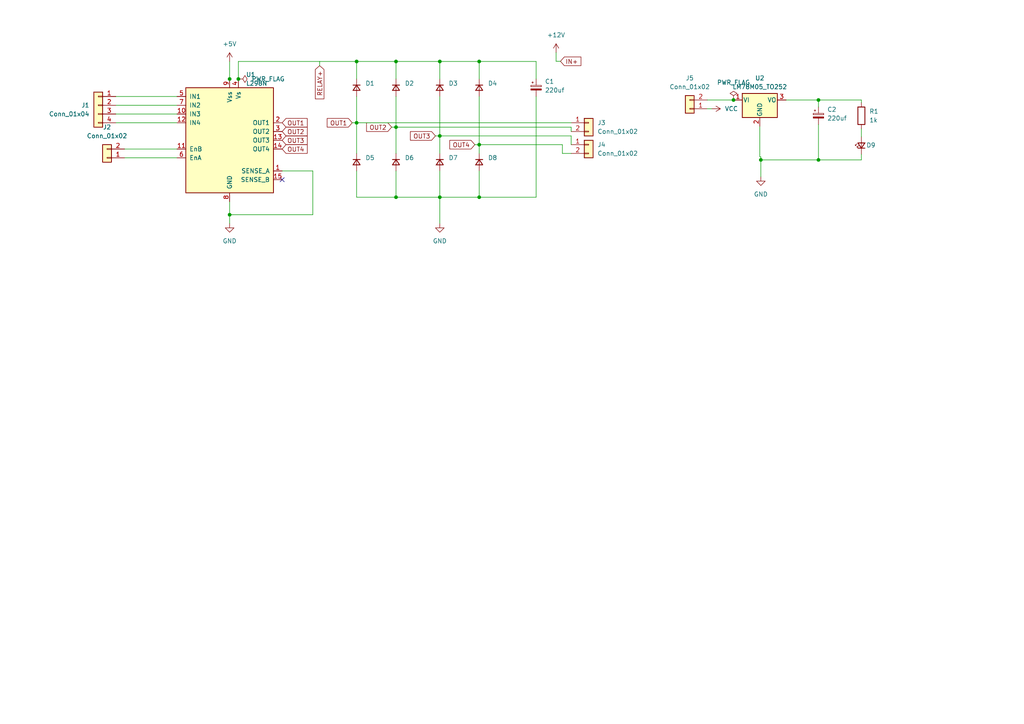
<source format=kicad_sch>
(kicad_sch (version 20230121) (generator eeschema)

  (uuid 57d10bc5-374d-4efc-978f-067f1f7972d9)

  (paper "A4")

  (lib_symbols
    (symbol "Connector_Generic:Conn_01x02" (pin_names (offset 1.016) hide) (in_bom yes) (on_board yes)
      (property "Reference" "J" (at 0 2.54 0)
        (effects (font (size 1.27 1.27)))
      )
      (property "Value" "Conn_01x02" (at 0 -5.08 0)
        (effects (font (size 1.27 1.27)))
      )
      (property "Footprint" "" (at 0 0 0)
        (effects (font (size 1.27 1.27)) hide)
      )
      (property "Datasheet" "~" (at 0 0 0)
        (effects (font (size 1.27 1.27)) hide)
      )
      (property "ki_keywords" "connector" (at 0 0 0)
        (effects (font (size 1.27 1.27)) hide)
      )
      (property "ki_description" "Generic connector, single row, 01x02, script generated (kicad-library-utils/schlib/autogen/connector/)" (at 0 0 0)
        (effects (font (size 1.27 1.27)) hide)
      )
      (property "ki_fp_filters" "Connector*:*_1x??_*" (at 0 0 0)
        (effects (font (size 1.27 1.27)) hide)
      )
      (symbol "Conn_01x02_1_1"
        (rectangle (start -1.27 -2.413) (end 0 -2.667)
          (stroke (width 0.1524) (type default))
          (fill (type none))
        )
        (rectangle (start -1.27 0.127) (end 0 -0.127)
          (stroke (width 0.1524) (type default))
          (fill (type none))
        )
        (rectangle (start -1.27 1.27) (end 1.27 -3.81)
          (stroke (width 0.254) (type default))
          (fill (type background))
        )
        (pin passive line (at -5.08 0 0) (length 3.81)
          (name "Pin_1" (effects (font (size 1.27 1.27))))
          (number "1" (effects (font (size 1.27 1.27))))
        )
        (pin passive line (at -5.08 -2.54 0) (length 3.81)
          (name "Pin_2" (effects (font (size 1.27 1.27))))
          (number "2" (effects (font (size 1.27 1.27))))
        )
      )
    )
    (symbol "Connector_Generic:Conn_01x04" (pin_names (offset 1.016) hide) (in_bom yes) (on_board yes)
      (property "Reference" "J" (at 0 5.08 0)
        (effects (font (size 1.27 1.27)))
      )
      (property "Value" "Conn_01x04" (at 0 -7.62 0)
        (effects (font (size 1.27 1.27)))
      )
      (property "Footprint" "" (at 0 0 0)
        (effects (font (size 1.27 1.27)) hide)
      )
      (property "Datasheet" "~" (at 0 0 0)
        (effects (font (size 1.27 1.27)) hide)
      )
      (property "ki_keywords" "connector" (at 0 0 0)
        (effects (font (size 1.27 1.27)) hide)
      )
      (property "ki_description" "Generic connector, single row, 01x04, script generated (kicad-library-utils/schlib/autogen/connector/)" (at 0 0 0)
        (effects (font (size 1.27 1.27)) hide)
      )
      (property "ki_fp_filters" "Connector*:*_1x??_*" (at 0 0 0)
        (effects (font (size 1.27 1.27)) hide)
      )
      (symbol "Conn_01x04_1_1"
        (rectangle (start -1.27 -4.953) (end 0 -5.207)
          (stroke (width 0.1524) (type default))
          (fill (type none))
        )
        (rectangle (start -1.27 -2.413) (end 0 -2.667)
          (stroke (width 0.1524) (type default))
          (fill (type none))
        )
        (rectangle (start -1.27 0.127) (end 0 -0.127)
          (stroke (width 0.1524) (type default))
          (fill (type none))
        )
        (rectangle (start -1.27 2.667) (end 0 2.413)
          (stroke (width 0.1524) (type default))
          (fill (type none))
        )
        (rectangle (start -1.27 3.81) (end 1.27 -6.35)
          (stroke (width 0.254) (type default))
          (fill (type background))
        )
        (pin passive line (at -5.08 2.54 0) (length 3.81)
          (name "Pin_1" (effects (font (size 1.27 1.27))))
          (number "1" (effects (font (size 1.27 1.27))))
        )
        (pin passive line (at -5.08 0 0) (length 3.81)
          (name "Pin_2" (effects (font (size 1.27 1.27))))
          (number "2" (effects (font (size 1.27 1.27))))
        )
        (pin passive line (at -5.08 -2.54 0) (length 3.81)
          (name "Pin_3" (effects (font (size 1.27 1.27))))
          (number "3" (effects (font (size 1.27 1.27))))
        )
        (pin passive line (at -5.08 -5.08 0) (length 3.81)
          (name "Pin_4" (effects (font (size 1.27 1.27))))
          (number "4" (effects (font (size 1.27 1.27))))
        )
      )
    )
    (symbol "Device:C_Polarized_Small" (pin_numbers hide) (pin_names (offset 0.254) hide) (in_bom yes) (on_board yes)
      (property "Reference" "C" (at 0.254 1.778 0)
        (effects (font (size 1.27 1.27)) (justify left))
      )
      (property "Value" "C_Polarized_Small" (at 0.254 -2.032 0)
        (effects (font (size 1.27 1.27)) (justify left))
      )
      (property "Footprint" "" (at 0 0 0)
        (effects (font (size 1.27 1.27)) hide)
      )
      (property "Datasheet" "~" (at 0 0 0)
        (effects (font (size 1.27 1.27)) hide)
      )
      (property "ki_keywords" "cap capacitor" (at 0 0 0)
        (effects (font (size 1.27 1.27)) hide)
      )
      (property "ki_description" "Polarized capacitor, small symbol" (at 0 0 0)
        (effects (font (size 1.27 1.27)) hide)
      )
      (property "ki_fp_filters" "CP_*" (at 0 0 0)
        (effects (font (size 1.27 1.27)) hide)
      )
      (symbol "C_Polarized_Small_0_1"
        (rectangle (start -1.524 -0.3048) (end 1.524 -0.6858)
          (stroke (width 0) (type default))
          (fill (type outline))
        )
        (rectangle (start -1.524 0.6858) (end 1.524 0.3048)
          (stroke (width 0) (type default))
          (fill (type none))
        )
        (polyline
          (pts
            (xy -1.27 1.524)
            (xy -0.762 1.524)
          )
          (stroke (width 0) (type default))
          (fill (type none))
        )
        (polyline
          (pts
            (xy -1.016 1.27)
            (xy -1.016 1.778)
          )
          (stroke (width 0) (type default))
          (fill (type none))
        )
      )
      (symbol "C_Polarized_Small_1_1"
        (pin passive line (at 0 2.54 270) (length 1.8542)
          (name "~" (effects (font (size 1.27 1.27))))
          (number "1" (effects (font (size 1.27 1.27))))
        )
        (pin passive line (at 0 -2.54 90) (length 1.8542)
          (name "~" (effects (font (size 1.27 1.27))))
          (number "2" (effects (font (size 1.27 1.27))))
        )
      )
    )
    (symbol "Device:D_Small" (pin_numbers hide) (pin_names (offset 0.254) hide) (in_bom yes) (on_board yes)
      (property "Reference" "D" (at -1.27 2.032 0)
        (effects (font (size 1.27 1.27)) (justify left))
      )
      (property "Value" "D_Small" (at -3.81 -2.032 0)
        (effects (font (size 1.27 1.27)) (justify left))
      )
      (property "Footprint" "" (at 0 0 90)
        (effects (font (size 1.27 1.27)) hide)
      )
      (property "Datasheet" "~" (at 0 0 90)
        (effects (font (size 1.27 1.27)) hide)
      )
      (property "Sim.Device" "D" (at 0 0 0)
        (effects (font (size 1.27 1.27)) hide)
      )
      (property "Sim.Pins" "1=K 2=A" (at 0 0 0)
        (effects (font (size 1.27 1.27)) hide)
      )
      (property "ki_keywords" "diode" (at 0 0 0)
        (effects (font (size 1.27 1.27)) hide)
      )
      (property "ki_description" "Diode, small symbol" (at 0 0 0)
        (effects (font (size 1.27 1.27)) hide)
      )
      (property "ki_fp_filters" "TO-???* *_Diode_* *SingleDiode* D_*" (at 0 0 0)
        (effects (font (size 1.27 1.27)) hide)
      )
      (symbol "D_Small_0_1"
        (polyline
          (pts
            (xy -0.762 -1.016)
            (xy -0.762 1.016)
          )
          (stroke (width 0.254) (type default))
          (fill (type none))
        )
        (polyline
          (pts
            (xy -0.762 0)
            (xy 0.762 0)
          )
          (stroke (width 0) (type default))
          (fill (type none))
        )
        (polyline
          (pts
            (xy 0.762 -1.016)
            (xy -0.762 0)
            (xy 0.762 1.016)
            (xy 0.762 -1.016)
          )
          (stroke (width 0.254) (type default))
          (fill (type none))
        )
      )
      (symbol "D_Small_1_1"
        (pin passive line (at -2.54 0 0) (length 1.778)
          (name "K" (effects (font (size 1.27 1.27))))
          (number "1" (effects (font (size 1.27 1.27))))
        )
        (pin passive line (at 2.54 0 180) (length 1.778)
          (name "A" (effects (font (size 1.27 1.27))))
          (number "2" (effects (font (size 1.27 1.27))))
        )
      )
    )
    (symbol "Device:LED_Small" (pin_numbers hide) (pin_names (offset 0.254) hide) (in_bom yes) (on_board yes)
      (property "Reference" "D" (at -1.27 3.175 0)
        (effects (font (size 1.27 1.27)) (justify left))
      )
      (property "Value" "LED_Small" (at -4.445 -2.54 0)
        (effects (font (size 1.27 1.27)) (justify left))
      )
      (property "Footprint" "" (at 0 0 90)
        (effects (font (size 1.27 1.27)) hide)
      )
      (property "Datasheet" "~" (at 0 0 90)
        (effects (font (size 1.27 1.27)) hide)
      )
      (property "ki_keywords" "LED diode light-emitting-diode" (at 0 0 0)
        (effects (font (size 1.27 1.27)) hide)
      )
      (property "ki_description" "Light emitting diode, small symbol" (at 0 0 0)
        (effects (font (size 1.27 1.27)) hide)
      )
      (property "ki_fp_filters" "LED* LED_SMD:* LED_THT:*" (at 0 0 0)
        (effects (font (size 1.27 1.27)) hide)
      )
      (symbol "LED_Small_0_1"
        (polyline
          (pts
            (xy -0.762 -1.016)
            (xy -0.762 1.016)
          )
          (stroke (width 0.254) (type default))
          (fill (type none))
        )
        (polyline
          (pts
            (xy 1.016 0)
            (xy -0.762 0)
          )
          (stroke (width 0) (type default))
          (fill (type none))
        )
        (polyline
          (pts
            (xy 0.762 -1.016)
            (xy -0.762 0)
            (xy 0.762 1.016)
            (xy 0.762 -1.016)
          )
          (stroke (width 0.254) (type default))
          (fill (type none))
        )
        (polyline
          (pts
            (xy 0 0.762)
            (xy -0.508 1.27)
            (xy -0.254 1.27)
            (xy -0.508 1.27)
            (xy -0.508 1.016)
          )
          (stroke (width 0) (type default))
          (fill (type none))
        )
        (polyline
          (pts
            (xy 0.508 1.27)
            (xy 0 1.778)
            (xy 0.254 1.778)
            (xy 0 1.778)
            (xy 0 1.524)
          )
          (stroke (width 0) (type default))
          (fill (type none))
        )
      )
      (symbol "LED_Small_1_1"
        (pin passive line (at -2.54 0 0) (length 1.778)
          (name "K" (effects (font (size 1.27 1.27))))
          (number "1" (effects (font (size 1.27 1.27))))
        )
        (pin passive line (at 2.54 0 180) (length 1.778)
          (name "A" (effects (font (size 1.27 1.27))))
          (number "2" (effects (font (size 1.27 1.27))))
        )
      )
    )
    (symbol "Device:R" (pin_numbers hide) (pin_names (offset 0)) (in_bom yes) (on_board yes)
      (property "Reference" "R" (at 2.032 0 90)
        (effects (font (size 1.27 1.27)))
      )
      (property "Value" "R" (at 0 0 90)
        (effects (font (size 1.27 1.27)))
      )
      (property "Footprint" "" (at -1.778 0 90)
        (effects (font (size 1.27 1.27)) hide)
      )
      (property "Datasheet" "~" (at 0 0 0)
        (effects (font (size 1.27 1.27)) hide)
      )
      (property "ki_keywords" "R res resistor" (at 0 0 0)
        (effects (font (size 1.27 1.27)) hide)
      )
      (property "ki_description" "Resistor" (at 0 0 0)
        (effects (font (size 1.27 1.27)) hide)
      )
      (property "ki_fp_filters" "R_*" (at 0 0 0)
        (effects (font (size 1.27 1.27)) hide)
      )
      (symbol "R_0_1"
        (rectangle (start -1.016 -2.54) (end 1.016 2.54)
          (stroke (width 0.254) (type default))
          (fill (type none))
        )
      )
      (symbol "R_1_1"
        (pin passive line (at 0 3.81 270) (length 1.27)
          (name "~" (effects (font (size 1.27 1.27))))
          (number "1" (effects (font (size 1.27 1.27))))
        )
        (pin passive line (at 0 -3.81 90) (length 1.27)
          (name "~" (effects (font (size 1.27 1.27))))
          (number "2" (effects (font (size 1.27 1.27))))
        )
      )
    )
    (symbol "Driver_Motor:L298N" (pin_names (offset 1.016)) (in_bom yes) (on_board yes)
      (property "Reference" "U1" (at 4.7341 19.05 0)
        (effects (font (size 1.27 1.27)) (justify left))
      )
      (property "Value" "L298N" (at 4.7341 16.51 0)
        (effects (font (size 1.27 1.27)) (justify left))
      )
      (property "Footprint" "Package_TO_SOT_THT:TO-220-15_P2.54x2.54mm_StaggerOdd_Lead4.58mm_Vertical" (at 1.27 -16.51 0)
        (effects (font (size 1.27 1.27)) (justify left) hide)
      )
      (property "Datasheet" "http://www.st.com/st-web-ui/static/active/en/resource/technical/document/datasheet/CD00000240.pdf" (at 3.81 6.35 0)
        (effects (font (size 1.27 1.27)) hide)
      )
      (property "ki_keywords" "H-bridge motor driver" (at 0 0 0)
        (effects (font (size 1.27 1.27)) hide)
      )
      (property "ki_description" "Dual full bridge motor driver, up to 46V, 4A, Multiwatt15-V" (at 0 0 0)
        (effects (font (size 1.27 1.27)) hide)
      )
      (property "ki_fp_filters" "TO?220*StaggerOdd*Vertical*" (at 0 0 0)
        (effects (font (size 1.27 1.27)) hide)
      )
      (symbol "L298N_0_1"
        (rectangle (start -12.7 15.24) (end 12.7 -15.24)
          (stroke (width 0.254) (type default))
          (fill (type background))
        )
      )
      (symbol "L298N_1_1"
        (pin power_in line (at 15.24 -8.89 180) (length 2.54)
          (name "SENSE_A" (effects (font (size 1.27 1.27))))
          (number "1" (effects (font (size 1.27 1.27))))
        )
        (pin input line (at -15.24 7.62 0) (length 2.54)
          (name "IN3" (effects (font (size 1.27 1.27))))
          (number "10" (effects (font (size 1.27 1.27))))
        )
        (pin input line (at -15.24 -2.54 0) (length 2.54)
          (name "EnB" (effects (font (size 1.27 1.27))))
          (number "11" (effects (font (size 1.27 1.27))))
        )
        (pin input line (at -15.24 5.08 0) (length 2.54)
          (name "IN4" (effects (font (size 1.27 1.27))))
          (number "12" (effects (font (size 1.27 1.27))))
        )
        (pin output line (at 15.24 0 180) (length 2.54)
          (name "OUT3" (effects (font (size 1.27 1.27))))
          (number "13" (effects (font (size 1.27 1.27))))
        )
        (pin output line (at 15.24 -2.54 180) (length 2.54)
          (name "OUT4" (effects (font (size 1.27 1.27))))
          (number "14" (effects (font (size 1.27 1.27))))
        )
        (pin power_in line (at 15.24 -11.43 180) (length 2.54)
          (name "SENSE_B" (effects (font (size 1.27 1.27))))
          (number "15" (effects (font (size 1.27 1.27))))
        )
        (pin output line (at 15.24 5.08 180) (length 2.54)
          (name "OUT1" (effects (font (size 1.27 1.27))))
          (number "2" (effects (font (size 1.27 1.27))))
        )
        (pin output line (at 15.24 2.54 180) (length 2.54)
          (name "OUT2" (effects (font (size 1.27 1.27))))
          (number "3" (effects (font (size 1.27 1.27))))
        )
        (pin power_in line (at 2.54 17.78 270) (length 2.54)
          (name "Vs" (effects (font (size 1.27 1.27))))
          (number "4" (effects (font (size 1.27 1.27))))
        )
        (pin input line (at -15.24 12.7 0) (length 2.54)
          (name "IN1" (effects (font (size 1.27 1.27))))
          (number "5" (effects (font (size 1.27 1.27))))
        )
        (pin input line (at -15.24 -5.08 0) (length 2.54)
          (name "EnA" (effects (font (size 1.27 1.27))))
          (number "6" (effects (font (size 1.27 1.27))))
        )
        (pin input line (at -15.24 10.16 0) (length 2.54)
          (name "IN2" (effects (font (size 1.27 1.27))))
          (number "7" (effects (font (size 1.27 1.27))))
        )
        (pin power_in line (at 0 -17.78 90) (length 2.54)
          (name "GND" (effects (font (size 1.27 1.27))))
          (number "8" (effects (font (size 1.27 1.27))))
        )
        (pin power_in line (at 0 17.78 270) (length 2.54)
          (name "Vss" (effects (font (size 1.27 1.27))))
          (number "9" (effects (font (size 1.27 1.27))))
        )
      )
    )
    (symbol "Regulator_Linear:LM78M05_TO252" (pin_names (offset 0.254)) (in_bom yes) (on_board yes)
      (property "Reference" "U" (at -3.81 3.175 0)
        (effects (font (size 1.27 1.27)))
      )
      (property "Value" "LM78M05_TO252" (at 0 3.175 0)
        (effects (font (size 1.27 1.27)) (justify left))
      )
      (property "Footprint" "Package_TO_SOT_SMD:TO-252-2" (at 0 5.715 0)
        (effects (font (size 1.27 1.27) italic) hide)
      )
      (property "Datasheet" "https://www.onsemi.com/pub/Collateral/MC78M00-D.PDF" (at 0 -1.27 0)
        (effects (font (size 1.27 1.27)) hide)
      )
      (property "ki_keywords" "Voltage Regulator 500mA Positive" (at 0 0 0)
        (effects (font (size 1.27 1.27)) hide)
      )
      (property "ki_description" "Positive 500mA 35V Linear Regulator, Fixed Output 5V, TO-252 (D-PAK)" (at 0 0 0)
        (effects (font (size 1.27 1.27)) hide)
      )
      (property "ki_fp_filters" "TO?252*" (at 0 0 0)
        (effects (font (size 1.27 1.27)) hide)
      )
      (symbol "LM78M05_TO252_0_1"
        (rectangle (start -5.08 1.905) (end 5.08 -5.08)
          (stroke (width 0.254) (type default))
          (fill (type background))
        )
      )
      (symbol "LM78M05_TO252_1_1"
        (pin power_in line (at -7.62 0 0) (length 2.54)
          (name "VI" (effects (font (size 1.27 1.27))))
          (number "1" (effects (font (size 1.27 1.27))))
        )
        (pin power_in line (at 0 -7.62 90) (length 2.54)
          (name "GND" (effects (font (size 1.27 1.27))))
          (number "2" (effects (font (size 1.27 1.27))))
        )
        (pin power_out line (at 7.62 0 180) (length 2.54)
          (name "VO" (effects (font (size 1.27 1.27))))
          (number "3" (effects (font (size 1.27 1.27))))
        )
      )
    )
    (symbol "power:+12V" (power) (pin_names (offset 0)) (in_bom yes) (on_board yes)
      (property "Reference" "#PWR" (at 0 -3.81 0)
        (effects (font (size 1.27 1.27)) hide)
      )
      (property "Value" "+12V" (at 0 3.556 0)
        (effects (font (size 1.27 1.27)))
      )
      (property "Footprint" "" (at 0 0 0)
        (effects (font (size 1.27 1.27)) hide)
      )
      (property "Datasheet" "" (at 0 0 0)
        (effects (font (size 1.27 1.27)) hide)
      )
      (property "ki_keywords" "global power" (at 0 0 0)
        (effects (font (size 1.27 1.27)) hide)
      )
      (property "ki_description" "Power symbol creates a global label with name \"+12V\"" (at 0 0 0)
        (effects (font (size 1.27 1.27)) hide)
      )
      (symbol "+12V_0_1"
        (polyline
          (pts
            (xy -0.762 1.27)
            (xy 0 2.54)
          )
          (stroke (width 0) (type default))
          (fill (type none))
        )
        (polyline
          (pts
            (xy 0 0)
            (xy 0 2.54)
          )
          (stroke (width 0) (type default))
          (fill (type none))
        )
        (polyline
          (pts
            (xy 0 2.54)
            (xy 0.762 1.27)
          )
          (stroke (width 0) (type default))
          (fill (type none))
        )
      )
      (symbol "+12V_1_1"
        (pin power_in line (at 0 0 90) (length 0) hide
          (name "+12V" (effects (font (size 1.27 1.27))))
          (number "1" (effects (font (size 1.27 1.27))))
        )
      )
    )
    (symbol "power:+5V" (power) (pin_names (offset 0)) (in_bom yes) (on_board yes)
      (property "Reference" "#PWR" (at 0 -3.81 0)
        (effects (font (size 1.27 1.27)) hide)
      )
      (property "Value" "+5V" (at 0 3.556 0)
        (effects (font (size 1.27 1.27)))
      )
      (property "Footprint" "" (at 0 0 0)
        (effects (font (size 1.27 1.27)) hide)
      )
      (property "Datasheet" "" (at 0 0 0)
        (effects (font (size 1.27 1.27)) hide)
      )
      (property "ki_keywords" "global power" (at 0 0 0)
        (effects (font (size 1.27 1.27)) hide)
      )
      (property "ki_description" "Power symbol creates a global label with name \"+5V\"" (at 0 0 0)
        (effects (font (size 1.27 1.27)) hide)
      )
      (symbol "+5V_0_1"
        (polyline
          (pts
            (xy -0.762 1.27)
            (xy 0 2.54)
          )
          (stroke (width 0) (type default))
          (fill (type none))
        )
        (polyline
          (pts
            (xy 0 0)
            (xy 0 2.54)
          )
          (stroke (width 0) (type default))
          (fill (type none))
        )
        (polyline
          (pts
            (xy 0 2.54)
            (xy 0.762 1.27)
          )
          (stroke (width 0) (type default))
          (fill (type none))
        )
      )
      (symbol "+5V_1_1"
        (pin power_in line (at 0 0 90) (length 0) hide
          (name "+5V" (effects (font (size 1.27 1.27))))
          (number "1" (effects (font (size 1.27 1.27))))
        )
      )
    )
    (symbol "power:GND" (power) (pin_names (offset 0)) (in_bom yes) (on_board yes)
      (property "Reference" "#PWR" (at 0 -6.35 0)
        (effects (font (size 1.27 1.27)) hide)
      )
      (property "Value" "GND" (at 0 -3.81 0)
        (effects (font (size 1.27 1.27)))
      )
      (property "Footprint" "" (at 0 0 0)
        (effects (font (size 1.27 1.27)) hide)
      )
      (property "Datasheet" "" (at 0 0 0)
        (effects (font (size 1.27 1.27)) hide)
      )
      (property "ki_keywords" "global power" (at 0 0 0)
        (effects (font (size 1.27 1.27)) hide)
      )
      (property "ki_description" "Power symbol creates a global label with name \"GND\" , ground" (at 0 0 0)
        (effects (font (size 1.27 1.27)) hide)
      )
      (symbol "GND_0_1"
        (polyline
          (pts
            (xy 0 0)
            (xy 0 -1.27)
            (xy 1.27 -1.27)
            (xy 0 -2.54)
            (xy -1.27 -1.27)
            (xy 0 -1.27)
          )
          (stroke (width 0) (type default))
          (fill (type none))
        )
      )
      (symbol "GND_1_1"
        (pin power_in line (at 0 0 270) (length 0) hide
          (name "GND" (effects (font (size 1.27 1.27))))
          (number "1" (effects (font (size 1.27 1.27))))
        )
      )
    )
    (symbol "power:PWR_FLAG" (power) (pin_numbers hide) (pin_names (offset 0) hide) (in_bom yes) (on_board yes)
      (property "Reference" "#FLG" (at 0 1.905 0)
        (effects (font (size 1.27 1.27)) hide)
      )
      (property "Value" "PWR_FLAG" (at 0 3.81 0)
        (effects (font (size 1.27 1.27)))
      )
      (property "Footprint" "" (at 0 0 0)
        (effects (font (size 1.27 1.27)) hide)
      )
      (property "Datasheet" "~" (at 0 0 0)
        (effects (font (size 1.27 1.27)) hide)
      )
      (property "ki_keywords" "flag power" (at 0 0 0)
        (effects (font (size 1.27 1.27)) hide)
      )
      (property "ki_description" "Special symbol for telling ERC where power comes from" (at 0 0 0)
        (effects (font (size 1.27 1.27)) hide)
      )
      (symbol "PWR_FLAG_0_0"
        (pin power_out line (at 0 0 90) (length 0)
          (name "pwr" (effects (font (size 1.27 1.27))))
          (number "1" (effects (font (size 1.27 1.27))))
        )
      )
      (symbol "PWR_FLAG_0_1"
        (polyline
          (pts
            (xy 0 0)
            (xy 0 1.27)
            (xy -1.016 1.905)
            (xy 0 2.54)
            (xy 1.016 1.905)
            (xy 0 1.27)
          )
          (stroke (width 0) (type default))
          (fill (type none))
        )
      )
    )
    (symbol "power:VCC" (power) (pin_names (offset 0)) (in_bom yes) (on_board yes)
      (property "Reference" "#PWR" (at 0 -3.81 0)
        (effects (font (size 1.27 1.27)) hide)
      )
      (property "Value" "VCC" (at 0 3.81 0)
        (effects (font (size 1.27 1.27)))
      )
      (property "Footprint" "" (at 0 0 0)
        (effects (font (size 1.27 1.27)) hide)
      )
      (property "Datasheet" "" (at 0 0 0)
        (effects (font (size 1.27 1.27)) hide)
      )
      (property "ki_keywords" "global power" (at 0 0 0)
        (effects (font (size 1.27 1.27)) hide)
      )
      (property "ki_description" "Power symbol creates a global label with name \"VCC\"" (at 0 0 0)
        (effects (font (size 1.27 1.27)) hide)
      )
      (symbol "VCC_0_1"
        (polyline
          (pts
            (xy -0.762 1.27)
            (xy 0 2.54)
          )
          (stroke (width 0) (type default))
          (fill (type none))
        )
        (polyline
          (pts
            (xy 0 0)
            (xy 0 2.54)
          )
          (stroke (width 0) (type default))
          (fill (type none))
        )
        (polyline
          (pts
            (xy 0 2.54)
            (xy 0.762 1.27)
          )
          (stroke (width 0) (type default))
          (fill (type none))
        )
      )
      (symbol "VCC_1_1"
        (pin power_in line (at 0 0 90) (length 0) hide
          (name "VCC" (effects (font (size 1.27 1.27))))
          (number "1" (effects (font (size 1.27 1.27))))
        )
      )
    )
  )

  (junction (at 138.9888 17.8308) (diameter 0) (color 0 0 0 0)
    (uuid 19433a37-eec5-4f7f-b1cf-9035fe361174)
  )
  (junction (at 103.4288 35.6108) (diameter 0) (color 0 0 0 0)
    (uuid 26c71dd1-e287-4237-a09a-1969e7c184e5)
  )
  (junction (at 103.4288 17.8308) (diameter 0) (color 0 0 0 0)
    (uuid 26e202f9-5815-40eb-bf43-2c9bb7cb9c80)
  )
  (junction (at 138.9888 57.2008) (diameter 0) (color 0 0 0 0)
    (uuid 32c6d059-0543-491a-b8dc-71243ce4af63)
  )
  (junction (at 69.1388 22.9108) (diameter 0) (color 0 0 0 0)
    (uuid 32f7b801-4309-4eb8-aa5e-ea946f259ef5)
  )
  (junction (at 127.5588 57.2008) (diameter 0) (color 0 0 0 0)
    (uuid 3d6fda41-bc87-4c72-a3b1-39dc0f42881e)
  )
  (junction (at 237.3884 29.0068) (diameter 0) (color 0 0 0 0)
    (uuid 449415d4-dd99-4967-8635-a6f5b01d1e1a)
  )
  (junction (at 220.6752 46.3804) (diameter 0) (color 0 0 0 0)
    (uuid 47cb9a25-b35c-4f99-afb8-b3aecc8bfbf4)
  )
  (junction (at 66.5988 22.9108) (diameter 0) (color 0 0 0 0)
    (uuid 5a54b74a-7735-43e1-b773-53b444fcc4f0)
  )
  (junction (at 66.5988 62.2808) (diameter 0) (color 0 0 0 0)
    (uuid 5b3af9b4-9b15-473c-8297-253602fcaa66)
  )
  (junction (at 114.8588 36.8808) (diameter 0) (color 0 0 0 0)
    (uuid 5bc8eec7-975a-48f6-b1dd-dcdf56789a0c)
  )
  (junction (at 212.7504 29.0068) (diameter 0) (color 0 0 0 0)
    (uuid 6104093e-5023-47f9-9841-9288168675ca)
  )
  (junction (at 138.9888 41.9608) (diameter 0) (color 0 0 0 0)
    (uuid 692f59ea-9ba0-406c-9572-502093322879)
  )
  (junction (at 237.3884 46.3804) (diameter 0) (color 0 0 0 0)
    (uuid 70c87e55-3606-41b7-928b-2b6d05a1f2e3)
  )
  (junction (at 114.8588 57.2008) (diameter 0) (color 0 0 0 0)
    (uuid a507f1df-257e-4c6c-b26a-e1a802c07668)
  )
  (junction (at 127.5588 17.8308) (diameter 0) (color 0 0 0 0)
    (uuid d0067b96-af23-40c2-85f2-45632133b620)
  )
  (junction (at 114.8588 17.8308) (diameter 0) (color 0 0 0 0)
    (uuid e0ee02f2-434f-444f-93e9-2f1f6cfdcf60)
  )
  (junction (at 127.5588 39.4208) (diameter 0) (color 0 0 0 0)
    (uuid ea4f6b40-3fd4-4f22-90bf-f0b710326115)
  )

  (no_connect (at 81.8388 52.1208) (uuid 91e1985f-e249-4f6d-83bb-aaa2b82e7078))

  (wire (pts (xy 103.4288 17.8308) (xy 114.8588 17.8308))
    (stroke (width 0) (type default))
    (uuid 019ae30a-0579-4b77-918b-937cc2d8bea1)
  )
  (wire (pts (xy 205.1304 31.5468) (xy 206.4004 31.5468))
    (stroke (width 0) (type default))
    (uuid 08f484c2-c0ba-490c-8e12-6ad15a62b563)
  )
  (wire (pts (xy 66.5988 62.2808) (xy 66.5988 64.8208))
    (stroke (width 0) (type default))
    (uuid 09ba0869-b034-4599-9d00-5a131fbb5358)
  )
  (wire (pts (xy 165.6588 39.4208) (xy 165.6588 41.9608))
    (stroke (width 0) (type default))
    (uuid 0b72866a-998e-49ce-8fcb-1654bebba2bf)
  )
  (wire (pts (xy 163.1188 41.9608) (xy 163.1188 44.5008))
    (stroke (width 0) (type default))
    (uuid 0e4c8ef3-1085-4898-84fa-7edebb2cb145)
  )
  (wire (pts (xy 138.9888 57.2008) (xy 127.5588 57.2008))
    (stroke (width 0) (type default))
    (uuid 0f6cad13-7364-4105-aad3-a15e7ef5e386)
  )
  (wire (pts (xy 114.8588 27.9908) (xy 114.8588 36.8808))
    (stroke (width 0) (type default))
    (uuid 0ff003ab-4cdb-458e-ad77-ea069dee3b72)
  )
  (wire (pts (xy 127.5588 57.2008) (xy 127.5588 64.8208))
    (stroke (width 0) (type default))
    (uuid 12073667-1c63-4d75-8987-72b4638de046)
  )
  (wire (pts (xy 114.8588 17.8308) (xy 114.8588 22.9108))
    (stroke (width 0) (type default))
    (uuid 132bcd4d-56b8-4996-8b10-d6a812c6d701)
  )
  (wire (pts (xy 102.1588 35.6108) (xy 103.4288 35.6108))
    (stroke (width 0) (type default))
    (uuid 16369796-0427-42e6-8b6e-4eb86f60d9a7)
  )
  (wire (pts (xy 69.1388 17.8308) (xy 69.1388 22.9108))
    (stroke (width 0) (type default))
    (uuid 192432c9-57c9-43fd-a1c6-dd270ca3d311)
  )
  (wire (pts (xy 237.3884 29.0068) (xy 227.9904 29.0068))
    (stroke (width 0) (type default))
    (uuid 1a1a11b7-8578-402a-9391-abff63dd92c3)
  )
  (wire (pts (xy 249.8344 37.3888) (xy 249.8344 39.6748))
    (stroke (width 0) (type default))
    (uuid 1a54cf1b-6472-4e02-8faa-b7e27b6e2116)
  )
  (wire (pts (xy 237.3884 36.1188) (xy 237.3884 46.3804))
    (stroke (width 0) (type default))
    (uuid 1c64ee35-394a-4a23-a3d7-3d704195b850)
  )
  (wire (pts (xy 220.6752 46.3804) (xy 237.3884 46.3804))
    (stroke (width 0) (type default))
    (uuid 2065a5fe-83b5-4279-8576-9b9e4671791a)
  )
  (wire (pts (xy 155.4988 57.2008) (xy 138.9888 57.2008))
    (stroke (width 0) (type default))
    (uuid 250c52e6-84b9-40b3-837b-88b5f1a146fc)
  )
  (wire (pts (xy 103.4288 57.2008) (xy 103.4288 49.5808))
    (stroke (width 0) (type default))
    (uuid 25794033-f9ce-40bc-9c7d-1983b8e6352b)
  )
  (wire (pts (xy 114.8588 17.8308) (xy 127.5588 17.8308))
    (stroke (width 0) (type default))
    (uuid 36b335fd-83ce-4750-9b28-fb5322dbecea)
  )
  (wire (pts (xy 103.4288 35.6108) (xy 103.4288 44.5008))
    (stroke (width 0) (type default))
    (uuid 3a36f5e1-0f2a-408c-a60d-a6698a88e37d)
  )
  (wire (pts (xy 137.7188 41.9608) (xy 138.9888 41.9608))
    (stroke (width 0) (type default))
    (uuid 3e00a628-6707-4419-bce7-a1325c386076)
  )
  (wire (pts (xy 33.5788 27.9908) (xy 51.3588 27.9908))
    (stroke (width 0) (type default))
    (uuid 3f8b5cb5-9de4-4d2f-ab01-13b065309558)
  )
  (wire (pts (xy 237.3884 46.3804) (xy 249.8344 46.3804))
    (stroke (width 0) (type default))
    (uuid 40a707aa-1f9e-47d3-866c-a08442f5d541)
  )
  (wire (pts (xy 114.8588 36.8808) (xy 165.6588 36.8808))
    (stroke (width 0) (type default))
    (uuid 42b45a35-52f3-4f3c-8f36-ed1713e8fe4e)
  )
  (wire (pts (xy 138.9888 27.9908) (xy 138.9888 41.9608))
    (stroke (width 0) (type default))
    (uuid 43ce20cf-f733-4b5c-a89c-5cbd14750fc1)
  )
  (wire (pts (xy 138.9888 41.9608) (xy 163.1188 41.9608))
    (stroke (width 0) (type default))
    (uuid 4c433ce6-5dfe-457f-954f-c3de2492ff51)
  )
  (wire (pts (xy 36.1188 43.2308) (xy 51.3588 43.2308))
    (stroke (width 0) (type default))
    (uuid 4fc8c37d-01e2-4e9f-8265-d685647892b2)
  )
  (wire (pts (xy 220.6752 46.3804) (xy 220.6752 51.2572))
    (stroke (width 0) (type default))
    (uuid 51029156-fd26-4142-93cc-96604dbf2dd3)
  )
  (wire (pts (xy 113.5888 36.8808) (xy 114.8588 36.8808))
    (stroke (width 0) (type default))
    (uuid 565ca097-2bd7-40c4-80d0-6583920d0feb)
  )
  (wire (pts (xy 103.4288 17.8308) (xy 103.4288 22.9108))
    (stroke (width 0) (type default))
    (uuid 5e31bb13-2037-426c-b688-9199d425f5ff)
  )
  (wire (pts (xy 33.5788 30.5308) (xy 51.3588 30.5308))
    (stroke (width 0) (type default))
    (uuid 60ddb3c3-046d-481c-88a1-1d9056447842)
  )
  (wire (pts (xy 127.5588 49.5808) (xy 127.5588 57.2008))
    (stroke (width 0) (type default))
    (uuid 6759a12e-c956-4b5a-93b7-aa0934665d1a)
  )
  (wire (pts (xy 127.5588 17.8308) (xy 127.5588 22.9108))
    (stroke (width 0) (type default))
    (uuid 684c9e87-d63c-4624-8d3b-4b12a5fa3fad)
  )
  (wire (pts (xy 249.8344 29.7688) (xy 249.8344 29.0068))
    (stroke (width 0) (type default))
    (uuid 6ae82046-2567-47f2-a6ae-b5b4bfa0c91a)
  )
  (wire (pts (xy 165.6588 36.8808) (xy 165.6588 38.1508))
    (stroke (width 0) (type default))
    (uuid 70036d4e-d43f-4783-859c-6bb6c37b9071)
  )
  (wire (pts (xy 127.5588 39.4208) (xy 127.5588 44.5008))
    (stroke (width 0) (type default))
    (uuid 74d881b9-413d-4092-a52e-6723670bc835)
  )
  (wire (pts (xy 249.8344 29.0068) (xy 237.3884 29.0068))
    (stroke (width 0) (type default))
    (uuid 7703b5cf-0a36-4bd2-888c-47a126e9a133)
  )
  (wire (pts (xy 220.3704 45.466) (xy 220.6752 45.466))
    (stroke (width 0) (type default))
    (uuid 77aa5b88-cc43-494c-889e-f2cb37857fde)
  )
  (wire (pts (xy 127.5588 17.8308) (xy 138.9888 17.8308))
    (stroke (width 0) (type default))
    (uuid 7bdcb86d-996c-4ff5-b0d2-4f9b562b2822)
  )
  (wire (pts (xy 138.9888 17.8308) (xy 155.4988 17.8308))
    (stroke (width 0) (type default))
    (uuid 7ed08b7a-91cc-41dc-b329-65e891de7cf3)
  )
  (wire (pts (xy 127.5588 27.9908) (xy 127.5588 39.4208))
    (stroke (width 0) (type default))
    (uuid 894b877d-dece-4ece-9187-a8b3a5acdf7e)
  )
  (wire (pts (xy 163.1188 44.5008) (xy 165.6588 44.5008))
    (stroke (width 0) (type default))
    (uuid 8d2723d7-ca5e-4e13-a6ca-34266f554298)
  )
  (wire (pts (xy 138.9888 49.5808) (xy 138.9888 57.2008))
    (stroke (width 0) (type default))
    (uuid 8e8f4880-b3d5-4177-9e52-ac36bed07b79)
  )
  (wire (pts (xy 66.5988 22.9108) (xy 66.5988 22.9616))
    (stroke (width 0) (type default))
    (uuid 9092e41d-7a65-4cc4-b316-103d08cea91f)
  )
  (wire (pts (xy 69.1388 22.9108) (xy 69.1388 23.0632))
    (stroke (width 0) (type default))
    (uuid 96995bd0-e1fc-463d-bbbd-a8e0b534acdc)
  )
  (wire (pts (xy 114.8588 36.8808) (xy 114.8588 44.5008))
    (stroke (width 0) (type default))
    (uuid 992b0ab7-499b-4548-a602-8979d27dac31)
  )
  (wire (pts (xy 33.5788 35.6108) (xy 51.3588 35.6108))
    (stroke (width 0) (type default))
    (uuid 9dceb08b-b421-4ef6-846a-ae11de9d73e3)
  )
  (wire (pts (xy 138.9888 17.8308) (xy 138.9888 22.9108))
    (stroke (width 0) (type default))
    (uuid 9f7bb7f4-616f-479b-b5cc-62730615927e)
  )
  (wire (pts (xy 127.5588 57.2008) (xy 114.8588 57.2008))
    (stroke (width 0) (type default))
    (uuid 9f813a7c-592c-421a-91e5-ba74fd41ed3e)
  )
  (wire (pts (xy 205.1304 29.0068) (xy 212.7504 29.0068))
    (stroke (width 0) (type default))
    (uuid a244c466-c2d3-4915-be12-1b2e20a72213)
  )
  (wire (pts (xy 66.5988 62.2808) (xy 90.7288 62.2808))
    (stroke (width 0) (type default))
    (uuid a8e07b4b-e47d-4d37-9ba1-c510142788bb)
  )
  (wire (pts (xy 126.2888 39.4208) (xy 127.5588 39.4208))
    (stroke (width 0) (type default))
    (uuid aa4134a2-7cc9-4317-8f55-50082f7c18be)
  )
  (wire (pts (xy 155.4988 27.9908) (xy 155.4988 57.2008))
    (stroke (width 0) (type default))
    (uuid abf0bc9d-b967-41ee-857e-8602b93af565)
  )
  (wire (pts (xy 155.4988 17.8308) (xy 155.4988 22.9108))
    (stroke (width 0) (type default))
    (uuid b246cee9-bb5c-454e-81b0-b8005ad86f0e)
  )
  (wire (pts (xy 127.5588 39.4208) (xy 165.6588 39.4208))
    (stroke (width 0) (type default))
    (uuid b4257380-5b4b-498a-9d35-726f26f4a661)
  )
  (wire (pts (xy 103.4288 35.6108) (xy 165.6588 35.6108))
    (stroke (width 0) (type default))
    (uuid bd07ee29-3916-4908-9406-f788fba071bb)
  )
  (wire (pts (xy 69.1388 17.8308) (xy 103.4288 17.8308))
    (stroke (width 0) (type default))
    (uuid cd852c16-b977-4d1e-93b0-63430347b48a)
  )
  (wire (pts (xy 90.7288 62.2808) (xy 90.7288 49.5808))
    (stroke (width 0) (type default))
    (uuid d0238896-b699-4fb7-9c25-4602527f4cc7)
  )
  (wire (pts (xy 161.29 17.78) (xy 161.29 15.24))
    (stroke (width 0) (type default))
    (uuid d1ad2240-81a5-4d44-92cd-125603220ecf)
  )
  (wire (pts (xy 90.7288 49.5808) (xy 81.8388 49.5808))
    (stroke (width 0) (type default))
    (uuid d2335fbf-3bc2-4efc-a4cc-c701d2d7d7da)
  )
  (wire (pts (xy 92.71 17.78) (xy 92.71 19.05))
    (stroke (width 0) (type default))
    (uuid dbd734c1-30dc-4ab9-a633-1333fcb5c449)
  )
  (wire (pts (xy 66.5988 17.8308) (xy 66.5988 22.9108))
    (stroke (width 0) (type default))
    (uuid dd2dffcc-2d93-4e37-88b9-a96afae25741)
  )
  (wire (pts (xy 114.8588 57.2008) (xy 103.4288 57.2008))
    (stroke (width 0) (type default))
    (uuid df7045d6-4a53-4817-af32-5d891d657b91)
  )
  (wire (pts (xy 162.56 17.78) (xy 161.29 17.78))
    (stroke (width 0) (type default))
    (uuid e2609864-c28a-447d-aa5a-0f69be2bd493)
  )
  (wire (pts (xy 114.8588 49.5808) (xy 114.8588 57.2008))
    (stroke (width 0) (type default))
    (uuid e27674f4-36ce-4e23-99af-0de0fdf44d32)
  )
  (wire (pts (xy 237.3884 29.0068) (xy 237.3884 31.0388))
    (stroke (width 0) (type default))
    (uuid e56a81a2-f624-4b05-a641-28b0ad5e37ea)
  )
  (wire (pts (xy 220.6752 45.466) (xy 220.6752 46.3804))
    (stroke (width 0) (type default))
    (uuid eb2575f1-461a-497c-aeb1-9c07be201d04)
  )
  (wire (pts (xy 138.9888 41.9608) (xy 138.9888 44.5008))
    (stroke (width 0) (type default))
    (uuid ed117653-db01-4c7e-abcb-da97e8d5b515)
  )
  (wire (pts (xy 33.5788 33.0708) (xy 51.3588 33.0708))
    (stroke (width 0) (type default))
    (uuid ee13ba89-f077-4185-81ea-f1b206b2a0d9)
  )
  (wire (pts (xy 103.4288 27.9908) (xy 103.4288 35.6108))
    (stroke (width 0) (type default))
    (uuid ee9df303-9b6a-44fe-a9a0-fc5cc913b44a)
  )
  (wire (pts (xy 212.7504 29.0068) (xy 212.9536 29.0068))
    (stroke (width 0) (type default))
    (uuid efaf1285-f37e-4a7a-ba6f-a64af0c15087)
  )
  (wire (pts (xy 66.5988 58.4708) (xy 66.5988 62.2808))
    (stroke (width 0) (type default))
    (uuid f1195e4a-8c55-4736-9b0d-802260240e05)
  )
  (wire (pts (xy 220.3704 36.6268) (xy 220.3704 45.466))
    (stroke (width 0) (type default))
    (uuid f5168a72-4b1c-479e-b383-7848839c539f)
  )
  (wire (pts (xy 249.8344 44.7548) (xy 249.8344 46.3804))
    (stroke (width 0) (type default))
    (uuid fe2fb38a-9782-4f11-a9fb-648e7d4d6f3c)
  )
  (wire (pts (xy 36.1188 45.7708) (xy 51.3588 45.7708))
    (stroke (width 0) (type default))
    (uuid fea1829c-9212-4939-8120-c6e82a1e77fc)
  )
  (wire (pts (xy 220.3704 46.3804) (xy 220.6752 46.3804))
    (stroke (width 0) (type default))
    (uuid ff079358-5e62-4aa1-bba6-ee2acd15ece1)
  )

  (global_label "OUT3" (shape input) (at 81.8388 40.6908 0) (fields_autoplaced)
    (effects (font (size 1.27 1.27)) (justify left))
    (uuid 43bebc7d-ef87-40a6-99df-0b59ee5b7fbd)
    (property "Intersheetrefs" "${INTERSHEET_REFS}" (at 89.6621 40.6908 0)
      (effects (font (size 1.27 1.27)) (justify left) hide)
    )
  )
  (global_label "IN+" (shape input) (at 162.56 17.78 0) (fields_autoplaced)
    (effects (font (size 1.27 1.27)) (justify left))
    (uuid 603d492f-7d2c-4a88-aea6-1073b3c4b542)
    (property "Intersheetrefs" "${INTERSHEET_REFS}" (at 169.0529 17.78 0)
      (effects (font (size 1.27 1.27)) (justify left) hide)
    )
  )
  (global_label "OUT2" (shape input) (at 113.5888 36.8808 180) (fields_autoplaced)
    (effects (font (size 1.27 1.27)) (justify right))
    (uuid 762c867d-1ca4-4d54-8a53-b7910e3e2fa7)
    (property "Intersheetrefs" "${INTERSHEET_REFS}" (at 105.7655 36.8808 0)
      (effects (font (size 1.27 1.27)) (justify right) hide)
    )
  )
  (global_label "RELAY+" (shape input) (at 92.71 19.05 270) (fields_autoplaced)
    (effects (font (size 1.27 1.27)) (justify right))
    (uuid 8631da39-05bf-4e85-9231-c6153a392385)
    (property "Intersheetrefs" "${INTERSHEET_REFS}" (at 92.71 29.2319 90)
      (effects (font (size 1.27 1.27)) (justify right) hide)
    )
  )
  (global_label "OUT3" (shape input) (at 126.2888 39.4208 180) (fields_autoplaced)
    (effects (font (size 1.27 1.27)) (justify right))
    (uuid 8bc37533-4dc9-4d51-bb62-c3a2a4c4fc58)
    (property "Intersheetrefs" "${INTERSHEET_REFS}" (at 118.4655 39.4208 0)
      (effects (font (size 1.27 1.27)) (justify right) hide)
    )
  )
  (global_label "OUT1" (shape input) (at 102.1588 35.6108 180) (fields_autoplaced)
    (effects (font (size 1.27 1.27)) (justify right))
    (uuid 950adff3-341e-4579-89bb-2569a6c08c0e)
    (property "Intersheetrefs" "${INTERSHEET_REFS}" (at 94.3355 35.6108 0)
      (effects (font (size 1.27 1.27)) (justify right) hide)
    )
  )
  (global_label "OUT2" (shape input) (at 81.8388 38.1508 0) (fields_autoplaced)
    (effects (font (size 1.27 1.27)) (justify left))
    (uuid ad6bb91d-42a9-4d21-842f-5cee69a16604)
    (property "Intersheetrefs" "${INTERSHEET_REFS}" (at 89.6621 38.1508 0)
      (effects (font (size 1.27 1.27)) (justify left) hide)
    )
  )
  (global_label "OUT4" (shape input) (at 137.7188 41.9608 180) (fields_autoplaced)
    (effects (font (size 1.27 1.27)) (justify right))
    (uuid c00774ef-7ab3-4631-b6ba-5a4178f18dcd)
    (property "Intersheetrefs" "${INTERSHEET_REFS}" (at 129.8955 41.9608 0)
      (effects (font (size 1.27 1.27)) (justify right) hide)
    )
  )
  (global_label "OUT4" (shape input) (at 81.8388 43.2308 0) (fields_autoplaced)
    (effects (font (size 1.27 1.27)) (justify left))
    (uuid efa58fcb-87d6-4a09-aedb-48382e4518b6)
    (property "Intersheetrefs" "${INTERSHEET_REFS}" (at 89.6621 43.2308 0)
      (effects (font (size 1.27 1.27)) (justify left) hide)
    )
  )
  (global_label "OUT1" (shape input) (at 81.8388 35.6108 0) (fields_autoplaced)
    (effects (font (size 1.27 1.27)) (justify left))
    (uuid f198b90c-0b2a-4bc2-80b7-f95e87607bd5)
    (property "Intersheetrefs" "${INTERSHEET_REFS}" (at 89.6621 35.6108 0)
      (effects (font (size 1.27 1.27)) (justify left) hide)
    )
  )

  (symbol (lib_id "power:GND") (at 220.6752 51.2572 0) (unit 1)
    (in_bom yes) (on_board yes) (dnp no) (fields_autoplaced)
    (uuid 042fe11e-4d1d-4ef9-a7b4-20d07151f387)
    (property "Reference" "#PWR06" (at 220.6752 57.6072 0)
      (effects (font (size 1.27 1.27)) hide)
    )
    (property "Value" "GND" (at 220.6752 56.3372 0)
      (effects (font (size 1.27 1.27)))
    )
    (property "Footprint" "" (at 220.6752 51.2572 0)
      (effects (font (size 1.27 1.27)) hide)
    )
    (property "Datasheet" "" (at 220.6752 51.2572 0)
      (effects (font (size 1.27 1.27)) hide)
    )
    (pin "1" (uuid 7f82a002-b685-4ed1-b208-3633a6c8b06f))
    (instances
      (project "proje1"
        (path "/de2361f6-4d87-41b2-bc17-0dac66eece83"
          (reference "#PWR06") (unit 1)
        )
        (path "/de2361f6-4d87-41b2-bc17-0dac66eece83/7108cc46-d8f1-42a1-a09a-eceb4b44d5e2"
          (reference "#PWR07") (unit 1)
        )
      )
    )
  )

  (symbol (lib_id "Device:C_Polarized_Small") (at 237.3884 33.5788 0) (unit 1)
    (in_bom yes) (on_board yes) (dnp no) (fields_autoplaced)
    (uuid 09fb60e0-b66c-4340-820a-5469366c57a7)
    (property "Reference" "C2" (at 239.9284 31.7627 0)
      (effects (font (size 1.27 1.27)) (justify left))
    )
    (property "Value" "220uf" (at 239.9284 34.3027 0)
      (effects (font (size 1.27 1.27)) (justify left))
    )
    (property "Footprint" "Capacitor_SMD:CP_Elec_8x6.7" (at 237.3884 33.5788 0)
      (effects (font (size 1.27 1.27)) hide)
    )
    (property "Datasheet" "~" (at 237.3884 33.5788 0)
      (effects (font (size 1.27 1.27)) hide)
    )
    (pin "1" (uuid aada4509-1593-4247-b41e-d89950b7b87c))
    (pin "2" (uuid fa41ef10-d8c3-42e6-b8c9-c77057147a98))
    (instances
      (project "proje1"
        (path "/de2361f6-4d87-41b2-bc17-0dac66eece83"
          (reference "C2") (unit 1)
        )
        (path "/de2361f6-4d87-41b2-bc17-0dac66eece83/7108cc46-d8f1-42a1-a09a-eceb4b44d5e2"
          (reference "C2") (unit 1)
        )
      )
    )
  )

  (symbol (lib_id "power:+5V") (at 66.5988 17.8308 0) (unit 1)
    (in_bom yes) (on_board yes) (dnp no) (fields_autoplaced)
    (uuid 489130fd-d954-4f2e-8c94-ab8f9a256bc7)
    (property "Reference" "#PWR01" (at 66.5988 21.6408 0)
      (effects (font (size 1.27 1.27)) hide)
    )
    (property "Value" "+5V" (at 66.5988 12.7508 0)
      (effects (font (size 1.27 1.27)))
    )
    (property "Footprint" "" (at 66.5988 17.8308 0)
      (effects (font (size 1.27 1.27)) hide)
    )
    (property "Datasheet" "" (at 66.5988 17.8308 0)
      (effects (font (size 1.27 1.27)) hide)
    )
    (pin "1" (uuid 9d91f1f0-4aa9-4da5-8bbd-5407c1c03080))
    (instances
      (project "proje1"
        (path "/de2361f6-4d87-41b2-bc17-0dac66eece83"
          (reference "#PWR01") (unit 1)
        )
        (path "/de2361f6-4d87-41b2-bc17-0dac66eece83/7108cc46-d8f1-42a1-a09a-eceb4b44d5e2"
          (reference "#PWR01") (unit 1)
        )
      )
    )
  )

  (symbol (lib_id "Device:D_Small") (at 138.9888 25.4508 270) (unit 1)
    (in_bom yes) (on_board yes) (dnp no) (fields_autoplaced)
    (uuid 4fa256f9-7fd2-4e1e-af60-40194b2a3b99)
    (property "Reference" "D4" (at 141.5288 24.1808 90)
      (effects (font (size 1.27 1.27)) (justify left))
    )
    (property "Value" "D_Small" (at 141.5288 26.7208 90)
      (effects (font (size 1.27 1.27)) (justify left) hide)
    )
    (property "Footprint" "Diode_SMD:D_SMB" (at 138.9888 25.4508 90)
      (effects (font (size 1.27 1.27)) hide)
    )
    (property "Datasheet" "~" (at 138.9888 25.4508 90)
      (effects (font (size 1.27 1.27)) hide)
    )
    (property "Sim.Device" "D" (at 138.9888 25.4508 0)
      (effects (font (size 1.27 1.27)) hide)
    )
    (property "Sim.Pins" "1=K 2=A" (at 138.9888 25.4508 0)
      (effects (font (size 1.27 1.27)) hide)
    )
    (pin "1" (uuid b6835600-f8c9-45ec-be85-1a7929e6d71d))
    (pin "2" (uuid 019d75de-2d4a-43bf-b435-3a37c674d027))
    (instances
      (project "proje1"
        (path "/de2361f6-4d87-41b2-bc17-0dac66eece83"
          (reference "D4") (unit 1)
        )
        (path "/de2361f6-4d87-41b2-bc17-0dac66eece83/7108cc46-d8f1-42a1-a09a-eceb4b44d5e2"
          (reference "D7") (unit 1)
        )
      )
    )
  )

  (symbol (lib_id "Device:D_Small") (at 127.5588 47.0408 270) (unit 1)
    (in_bom yes) (on_board yes) (dnp no) (fields_autoplaced)
    (uuid 5e508281-b6c5-4a5b-98ed-c35b63cb670a)
    (property "Reference" "D7" (at 130.0988 45.7708 90)
      (effects (font (size 1.27 1.27)) (justify left))
    )
    (property "Value" "D_Small" (at 130.0988 48.3108 90)
      (effects (font (size 1.27 1.27)) (justify left) hide)
    )
    (property "Footprint" "Diode_SMD:D_SMB" (at 127.5588 47.0408 90)
      (effects (font (size 1.27 1.27)) hide)
    )
    (property "Datasheet" "~" (at 127.5588 47.0408 90)
      (effects (font (size 1.27 1.27)) hide)
    )
    (property "Sim.Device" "D" (at 127.5588 47.0408 0)
      (effects (font (size 1.27 1.27)) hide)
    )
    (property "Sim.Pins" "1=K 2=A" (at 127.5588 47.0408 0)
      (effects (font (size 1.27 1.27)) hide)
    )
    (pin "1" (uuid ee13d2a0-7d29-4b57-b71c-32e0e71ada83))
    (pin "2" (uuid 60cda545-8dd8-440c-88c0-85f7aaae1ce4))
    (instances
      (project "proje1"
        (path "/de2361f6-4d87-41b2-bc17-0dac66eece83"
          (reference "D7") (unit 1)
        )
        (path "/de2361f6-4d87-41b2-bc17-0dac66eece83/7108cc46-d8f1-42a1-a09a-eceb4b44d5e2"
          (reference "D6") (unit 1)
        )
      )
    )
  )

  (symbol (lib_id "Device:D_Small") (at 127.5588 25.4508 270) (unit 1)
    (in_bom yes) (on_board yes) (dnp no) (fields_autoplaced)
    (uuid 627c2255-6c9a-4c30-b95c-aa4f54de3d58)
    (property "Reference" "D3" (at 130.0988 24.1808 90)
      (effects (font (size 1.27 1.27)) (justify left))
    )
    (property "Value" "D_Small" (at 130.0988 26.7208 90)
      (effects (font (size 1.27 1.27)) (justify left) hide)
    )
    (property "Footprint" "Diode_SMD:D_SMB" (at 127.5588 25.4508 90)
      (effects (font (size 1.27 1.27)) hide)
    )
    (property "Datasheet" "~" (at 127.5588 25.4508 90)
      (effects (font (size 1.27 1.27)) hide)
    )
    (property "Sim.Device" "D" (at 127.5588 25.4508 0)
      (effects (font (size 1.27 1.27)) hide)
    )
    (property "Sim.Pins" "1=K 2=A" (at 127.5588 25.4508 0)
      (effects (font (size 1.27 1.27)) hide)
    )
    (pin "1" (uuid 487fd58b-6bb2-4188-98da-766900b9caa6))
    (pin "2" (uuid 7852b2bd-0333-46e5-bcc2-8d63e228d33f))
    (instances
      (project "proje1"
        (path "/de2361f6-4d87-41b2-bc17-0dac66eece83"
          (reference "D3") (unit 1)
        )
        (path "/de2361f6-4d87-41b2-bc17-0dac66eece83/7108cc46-d8f1-42a1-a09a-eceb4b44d5e2"
          (reference "D5") (unit 1)
        )
      )
    )
  )

  (symbol (lib_id "power:GND") (at 66.5988 64.8208 0) (unit 1)
    (in_bom yes) (on_board yes) (dnp no)
    (uuid 68bea9d6-9981-4325-adc9-63ab68a99bc7)
    (property "Reference" "#PWR04" (at 66.5988 71.1708 0)
      (effects (font (size 1.27 1.27)) hide)
    )
    (property "Value" "GND" (at 66.5988 69.9008 0)
      (effects (font (size 1.27 1.27)))
    )
    (property "Footprint" "" (at 66.5988 64.8208 0)
      (effects (font (size 1.27 1.27)) hide)
    )
    (property "Datasheet" "" (at 66.5988 64.8208 0)
      (effects (font (size 1.27 1.27)) hide)
    )
    (pin "1" (uuid 369633f3-9c22-4955-ab19-568ae226863e))
    (instances
      (project "proje1"
        (path "/de2361f6-4d87-41b2-bc17-0dac66eece83"
          (reference "#PWR04") (unit 1)
        )
        (path "/de2361f6-4d87-41b2-bc17-0dac66eece83/7108cc46-d8f1-42a1-a09a-eceb4b44d5e2"
          (reference "#PWR02") (unit 1)
        )
      )
    )
  )

  (symbol (lib_id "power:PWR_FLAG") (at 212.7504 29.0068 0) (unit 1)
    (in_bom yes) (on_board yes) (dnp no) (fields_autoplaced)
    (uuid 6d71b400-7944-4ff2-9861-623fe4263afe)
    (property "Reference" "#FLG03" (at 212.7504 27.1018 0)
      (effects (font (size 1.27 1.27)) hide)
    )
    (property "Value" "PWR_FLAG" (at 212.7504 23.9268 0)
      (effects (font (size 1.27 1.27)))
    )
    (property "Footprint" "" (at 212.7504 29.0068 0)
      (effects (font (size 1.27 1.27)) hide)
    )
    (property "Datasheet" "~" (at 212.7504 29.0068 0)
      (effects (font (size 1.27 1.27)) hide)
    )
    (pin "1" (uuid 9305a814-a265-4a38-b761-b64cbbce74ea))
    (instances
      (project "proje1"
        (path "/de2361f6-4d87-41b2-bc17-0dac66eece83"
          (reference "#FLG03") (unit 1)
        )
        (path "/de2361f6-4d87-41b2-bc17-0dac66eece83/7108cc46-d8f1-42a1-a09a-eceb4b44d5e2"
          (reference "#FLG03") (unit 1)
        )
      )
    )
  )

  (symbol (lib_id "Connector_Generic:Conn_01x02") (at 170.7388 35.6108 0) (unit 1)
    (in_bom yes) (on_board yes) (dnp no) (fields_autoplaced)
    (uuid 70f97662-f77f-4c99-89e7-86e9062d3fb4)
    (property "Reference" "J3" (at 173.2788 35.6108 0)
      (effects (font (size 1.27 1.27)) (justify left))
    )
    (property "Value" "Conn_01x02" (at 173.2788 38.1508 0)
      (effects (font (size 1.27 1.27)) (justify left))
    )
    (property "Footprint" "TerminalBlock_Phoenix:TerminalBlock_Phoenix_MKDS-1,5-2-5.08_1x02_P5.08mm_Horizontal" (at 170.7388 35.6108 0)
      (effects (font (size 1.27 1.27)) hide)
    )
    (property "Datasheet" "~" (at 170.7388 35.6108 0)
      (effects (font (size 1.27 1.27)) hide)
    )
    (pin "1" (uuid 4830b561-0672-4b52-8340-65feddb97b04))
    (pin "2" (uuid 3a11d832-0c08-4f12-be4a-67983daa8e1e))
    (instances
      (project "proje1"
        (path "/de2361f6-4d87-41b2-bc17-0dac66eece83"
          (reference "J3") (unit 1)
        )
        (path "/de2361f6-4d87-41b2-bc17-0dac66eece83/7108cc46-d8f1-42a1-a09a-eceb4b44d5e2"
          (reference "J3") (unit 1)
        )
      )
    )
  )

  (symbol (lib_id "Device:D_Small") (at 103.4288 25.4508 270) (unit 1)
    (in_bom yes) (on_board yes) (dnp no) (fields_autoplaced)
    (uuid 7d2fb36f-9940-4d8f-aae6-99443d42b572)
    (property "Reference" "D1" (at 105.9688 24.1808 90)
      (effects (font (size 1.27 1.27)) (justify left))
    )
    (property "Value" "D_Small" (at 105.9688 26.7208 90)
      (effects (font (size 1.27 1.27)) (justify left) hide)
    )
    (property "Footprint" "Diode_SMD:D_SMB" (at 103.4288 25.4508 90)
      (effects (font (size 1.27 1.27)) hide)
    )
    (property "Datasheet" "~" (at 103.4288 25.4508 90)
      (effects (font (size 1.27 1.27)) hide)
    )
    (property "Sim.Device" "D" (at 103.4288 25.4508 0)
      (effects (font (size 1.27 1.27)) hide)
    )
    (property "Sim.Pins" "1=K 2=A" (at 103.4288 25.4508 0)
      (effects (font (size 1.27 1.27)) hide)
    )
    (pin "1" (uuid 8d7d64c5-926e-4f11-ad54-f687593fb119))
    (pin "2" (uuid 436c054b-c6ac-410f-bfe5-81a3f0de1a0e))
    (instances
      (project "proje1"
        (path "/de2361f6-4d87-41b2-bc17-0dac66eece83"
          (reference "D1") (unit 1)
        )
        (path "/de2361f6-4d87-41b2-bc17-0dac66eece83/7108cc46-d8f1-42a1-a09a-eceb4b44d5e2"
          (reference "D1") (unit 1)
        )
      )
    )
  )

  (symbol (lib_id "power:GND") (at 127.5588 64.8208 0) (unit 1)
    (in_bom yes) (on_board yes) (dnp no) (fields_autoplaced)
    (uuid 82f7138e-fb81-4c2f-b89f-6cc6897d20c0)
    (property "Reference" "#PWR03" (at 127.5588 71.1708 0)
      (effects (font (size 1.27 1.27)) hide)
    )
    (property "Value" "GND" (at 127.5588 69.9008 0)
      (effects (font (size 1.27 1.27)))
    )
    (property "Footprint" "" (at 127.5588 64.8208 0)
      (effects (font (size 1.27 1.27)) hide)
    )
    (property "Datasheet" "" (at 127.5588 64.8208 0)
      (effects (font (size 1.27 1.27)) hide)
    )
    (pin "1" (uuid 2ef46ebb-05c2-4356-b85b-ee6ad2db04c7))
    (instances
      (project "proje1"
        (path "/de2361f6-4d87-41b2-bc17-0dac66eece83"
          (reference "#PWR03") (unit 1)
        )
        (path "/de2361f6-4d87-41b2-bc17-0dac66eece83/7108cc46-d8f1-42a1-a09a-eceb4b44d5e2"
          (reference "#PWR04") (unit 1)
        )
      )
    )
  )

  (symbol (lib_id "Connector_Generic:Conn_01x02") (at 200.0504 31.5468 180) (unit 1)
    (in_bom yes) (on_board yes) (dnp no) (fields_autoplaced)
    (uuid 8492b97e-abc1-4ff9-870f-56f361a611bb)
    (property "Reference" "J5" (at 200.0504 22.6568 0)
      (effects (font (size 1.27 1.27)))
    )
    (property "Value" "Conn_01x02" (at 200.0504 25.1968 0)
      (effects (font (size 1.27 1.27)))
    )
    (property "Footprint" "Connector_PinHeader_2.54mm:PinHeader_1x02_P2.54mm_Vertical" (at 200.0504 31.5468 0)
      (effects (font (size 1.27 1.27)) hide)
    )
    (property "Datasheet" "~" (at 200.0504 31.5468 0)
      (effects (font (size 1.27 1.27)) hide)
    )
    (pin "1" (uuid 091b6783-fe85-455a-964a-64bea2549948))
    (pin "2" (uuid 548237f1-d473-4856-b797-8d70922f8bdb))
    (instances
      (project "proje1"
        (path "/de2361f6-4d87-41b2-bc17-0dac66eece83"
          (reference "J5") (unit 1)
        )
        (path "/de2361f6-4d87-41b2-bc17-0dac66eece83/7108cc46-d8f1-42a1-a09a-eceb4b44d5e2"
          (reference "J5") (unit 1)
        )
      )
    )
  )

  (symbol (lib_id "Regulator_Linear:LM78M05_TO252") (at 220.3704 29.0068 0) (unit 1)
    (in_bom yes) (on_board yes) (dnp no) (fields_autoplaced)
    (uuid 8c1ef299-f513-4e50-87a7-77ba1baa91f3)
    (property "Reference" "U2" (at 220.3704 22.6568 0)
      (effects (font (size 1.27 1.27)))
    )
    (property "Value" "LM78M05_TO252" (at 220.3704 25.1968 0)
      (effects (font (size 1.27 1.27)))
    )
    (property "Footprint" "Package_TO_SOT_SMD:TO-252-2" (at 220.3704 23.2918 0)
      (effects (font (size 1.27 1.27) italic) hide)
    )
    (property "Datasheet" "https://www.onsemi.com/pub/Collateral/MC78M00-D.PDF" (at 220.3704 30.2768 0)
      (effects (font (size 1.27 1.27)) hide)
    )
    (pin "1" (uuid 54e0cf9a-4b69-423c-a5d6-5e29fb19c1ad))
    (pin "2" (uuid 52f30b12-1e9e-4940-9fa8-8115b27ac1ac))
    (pin "3" (uuid 7e9d4b66-5bf3-4f44-b9d4-ad7663850e29))
    (instances
      (project "proje1"
        (path "/de2361f6-4d87-41b2-bc17-0dac66eece83"
          (reference "U2") (unit 1)
        )
        (path "/de2361f6-4d87-41b2-bc17-0dac66eece83/7108cc46-d8f1-42a1-a09a-eceb4b44d5e2"
          (reference "U2") (unit 1)
        )
      )
    )
  )

  (symbol (lib_id "Device:C_Polarized_Small") (at 155.4988 25.4508 0) (unit 1)
    (in_bom yes) (on_board yes) (dnp no) (fields_autoplaced)
    (uuid 90503d35-036c-4720-b22e-73693b79e9d2)
    (property "Reference" "C1" (at 158.0388 23.6347 0)
      (effects (font (size 1.27 1.27)) (justify left))
    )
    (property "Value" "220uf" (at 158.0388 26.1747 0)
      (effects (font (size 1.27 1.27)) (justify left))
    )
    (property "Footprint" "Capacitor_SMD:CP_Elec_8x6.7" (at 155.4988 25.4508 0)
      (effects (font (size 1.27 1.27)) hide)
    )
    (property "Datasheet" "~" (at 155.4988 25.4508 0)
      (effects (font (size 1.27 1.27)) hide)
    )
    (pin "1" (uuid a8e050d2-89df-4881-bd85-5b59cbd0e9cf))
    (pin "2" (uuid 6b2dae55-f3dd-4d0c-ad34-66a31e63a44d))
    (instances
      (project "proje1"
        (path "/de2361f6-4d87-41b2-bc17-0dac66eece83"
          (reference "C1") (unit 1)
        )
        (path "/de2361f6-4d87-41b2-bc17-0dac66eece83/7108cc46-d8f1-42a1-a09a-eceb4b44d5e2"
          (reference "C1") (unit 1)
        )
      )
    )
  )

  (symbol (lib_id "Device:LED_Small") (at 249.8344 42.2148 90) (unit 1)
    (in_bom yes) (on_board yes) (dnp no)
    (uuid 935307ec-d4e6-441c-ae43-5e7504cd61b3)
    (property "Reference" "D9" (at 251.2568 42.1132 90)
      (effects (font (size 1.27 1.27)) (justify right))
    )
    (property "Value" "LED_Small" (at 252.6284 43.4213 90)
      (effects (font (size 1.27 1.27)) (justify right) hide)
    )
    (property "Footprint" "LED_SMD:LED_0805_2012Metric_Pad1.15x1.40mm_HandSolder" (at 249.8344 42.2148 90)
      (effects (font (size 1.27 1.27)) hide)
    )
    (property "Datasheet" "~" (at 249.8344 42.2148 90)
      (effects (font (size 1.27 1.27)) hide)
    )
    (pin "1" (uuid ae85269e-91de-4dbd-a9a4-4b2dd28cc121))
    (pin "2" (uuid 89a088ff-86e5-4b65-9ff1-0cfb383cc413))
    (instances
      (project "proje1"
        (path "/de2361f6-4d87-41b2-bc17-0dac66eece83"
          (reference "D9") (unit 1)
        )
        (path "/de2361f6-4d87-41b2-bc17-0dac66eece83/7108cc46-d8f1-42a1-a09a-eceb4b44d5e2"
          (reference "D9") (unit 1)
        )
      )
    )
  )

  (symbol (lib_id "Device:D_Small") (at 103.4288 47.0408 270) (unit 1)
    (in_bom yes) (on_board yes) (dnp no) (fields_autoplaced)
    (uuid 9eeae305-5e48-43cb-ad5b-6bf9a777e23b)
    (property "Reference" "D5" (at 105.9688 45.7708 90)
      (effects (font (size 1.27 1.27)) (justify left))
    )
    (property "Value" "D_Small" (at 105.9688 48.3108 90)
      (effects (font (size 1.27 1.27)) (justify left) hide)
    )
    (property "Footprint" "Diode_SMD:D_SMB" (at 103.4288 47.0408 90)
      (effects (font (size 1.27 1.27)) hide)
    )
    (property "Datasheet" "~" (at 103.4288 47.0408 90)
      (effects (font (size 1.27 1.27)) hide)
    )
    (property "Sim.Device" "D" (at 103.4288 47.0408 0)
      (effects (font (size 1.27 1.27)) hide)
    )
    (property "Sim.Pins" "1=K 2=A" (at 103.4288 47.0408 0)
      (effects (font (size 1.27 1.27)) hide)
    )
    (pin "1" (uuid f0673ee0-e011-4bf2-8ab2-5044619077ac))
    (pin "2" (uuid 6b3c8ac6-e37b-4b32-8f09-4ff79f6fb3dc))
    (instances
      (project "proje1"
        (path "/de2361f6-4d87-41b2-bc17-0dac66eece83"
          (reference "D5") (unit 1)
        )
        (path "/de2361f6-4d87-41b2-bc17-0dac66eece83/7108cc46-d8f1-42a1-a09a-eceb4b44d5e2"
          (reference "D2") (unit 1)
        )
      )
    )
  )

  (symbol (lib_id "Device:R") (at 249.8344 33.5788 0) (unit 1)
    (in_bom yes) (on_board yes) (dnp no) (fields_autoplaced)
    (uuid a081fb88-222a-4fb3-8b33-00f18da3b044)
    (property "Reference" "R1" (at 252.1204 32.3088 0)
      (effects (font (size 1.27 1.27)) (justify left))
    )
    (property "Value" "1k" (at 252.1204 34.8488 0)
      (effects (font (size 1.27 1.27)) (justify left))
    )
    (property "Footprint" "Resistor_SMD:R_0805_2012Metric" (at 248.0564 33.5788 90)
      (effects (font (size 1.27 1.27)) hide)
    )
    (property "Datasheet" "~" (at 249.8344 33.5788 0)
      (effects (font (size 1.27 1.27)) hide)
    )
    (pin "1" (uuid cf2d4a08-c97d-4fe6-a5da-6b54cc29def1))
    (pin "2" (uuid 2aadd224-b221-4874-b6cc-b3a6e4c8591d))
    (instances
      (project "proje1"
        (path "/de2361f6-4d87-41b2-bc17-0dac66eece83"
          (reference "R1") (unit 1)
        )
        (path "/de2361f6-4d87-41b2-bc17-0dac66eece83/7108cc46-d8f1-42a1-a09a-eceb4b44d5e2"
          (reference "R1") (unit 1)
        )
      )
    )
  )

  (symbol (lib_id "Device:D_Small") (at 114.8588 47.0408 270) (unit 1)
    (in_bom yes) (on_board yes) (dnp no) (fields_autoplaced)
    (uuid a3462f7a-9307-4324-8d4a-5f415ebcc817)
    (property "Reference" "D6" (at 117.3988 45.7708 90)
      (effects (font (size 1.27 1.27)) (justify left))
    )
    (property "Value" "D_Small" (at 117.3988 48.3108 90)
      (effects (font (size 1.27 1.27)) (justify left) hide)
    )
    (property "Footprint" "Diode_SMD:D_SMB" (at 114.8588 47.0408 90)
      (effects (font (size 1.27 1.27)) hide)
    )
    (property "Datasheet" "~" (at 114.8588 47.0408 90)
      (effects (font (size 1.27 1.27)) hide)
    )
    (property "Sim.Device" "D" (at 114.8588 47.0408 0)
      (effects (font (size 1.27 1.27)) hide)
    )
    (property "Sim.Pins" "1=K 2=A" (at 114.8588 47.0408 0)
      (effects (font (size 1.27 1.27)) hide)
    )
    (pin "1" (uuid 21be4476-8823-481a-b084-2a0324013f6d))
    (pin "2" (uuid 01959618-ff99-4d60-a583-eb948219487c))
    (instances
      (project "proje1"
        (path "/de2361f6-4d87-41b2-bc17-0dac66eece83"
          (reference "D6") (unit 1)
        )
        (path "/de2361f6-4d87-41b2-bc17-0dac66eece83/7108cc46-d8f1-42a1-a09a-eceb4b44d5e2"
          (reference "D4") (unit 1)
        )
      )
    )
  )

  (symbol (lib_id "power:PWR_FLAG") (at 69.1388 22.9108 270) (unit 1)
    (in_bom yes) (on_board yes) (dnp no) (fields_autoplaced)
    (uuid a9aa5707-543e-403c-836c-9df2d78b7bbf)
    (property "Reference" "#FLG02" (at 71.0438 22.9108 0)
      (effects (font (size 1.27 1.27)) hide)
    )
    (property "Value" "PWR_FLAG" (at 72.9488 22.9108 90)
      (effects (font (size 1.27 1.27)) (justify left))
    )
    (property "Footprint" "" (at 69.1388 22.9108 0)
      (effects (font (size 1.27 1.27)) hide)
    )
    (property "Datasheet" "~" (at 69.1388 22.9108 0)
      (effects (font (size 1.27 1.27)) hide)
    )
    (pin "1" (uuid 81bcbfbb-cbef-48f5-8631-734ed2827047))
    (instances
      (project "proje1"
        (path "/de2361f6-4d87-41b2-bc17-0dac66eece83"
          (reference "#FLG02") (unit 1)
        )
        (path "/de2361f6-4d87-41b2-bc17-0dac66eece83/7108cc46-d8f1-42a1-a09a-eceb4b44d5e2"
          (reference "#FLG02") (unit 1)
        )
      )
    )
  )

  (symbol (lib_id "Connector_Generic:Conn_01x02") (at 170.7388 41.9608 0) (unit 1)
    (in_bom yes) (on_board yes) (dnp no) (fields_autoplaced)
    (uuid aa6898f3-227f-4932-905c-f120e20497a7)
    (property "Reference" "J4" (at 173.2788 41.9608 0)
      (effects (font (size 1.27 1.27)) (justify left))
    )
    (property "Value" "Conn_01x02" (at 173.2788 44.5008 0)
      (effects (font (size 1.27 1.27)) (justify left))
    )
    (property "Footprint" "TerminalBlock_Phoenix:TerminalBlock_Phoenix_MKDS-1,5-2-5.08_1x02_P5.08mm_Horizontal" (at 170.7388 41.9608 0)
      (effects (font (size 1.27 1.27)) hide)
    )
    (property "Datasheet" "~" (at 170.7388 41.9608 0)
      (effects (font (size 1.27 1.27)) hide)
    )
    (pin "1" (uuid 98a2a5a1-29eb-458c-8953-7b620a99be21))
    (pin "2" (uuid 3b71aa61-0698-4988-88ba-03e4ec347645))
    (instances
      (project "proje1"
        (path "/de2361f6-4d87-41b2-bc17-0dac66eece83"
          (reference "J4") (unit 1)
        )
        (path "/de2361f6-4d87-41b2-bc17-0dac66eece83/7108cc46-d8f1-42a1-a09a-eceb4b44d5e2"
          (reference "J4") (unit 1)
        )
      )
    )
  )

  (symbol (lib_id "power:VCC") (at 206.4004 31.5468 270) (unit 1)
    (in_bom yes) (on_board yes) (dnp no) (fields_autoplaced)
    (uuid ab46e792-1bae-4525-af23-ced1e744b9d8)
    (property "Reference" "#PWR05" (at 202.5904 31.5468 0)
      (effects (font (size 1.27 1.27)) hide)
    )
    (property "Value" "VCC" (at 210.2104 31.5468 90)
      (effects (font (size 1.27 1.27)) (justify left))
    )
    (property "Footprint" "" (at 206.4004 31.5468 0)
      (effects (font (size 1.27 1.27)) hide)
    )
    (property "Datasheet" "" (at 206.4004 31.5468 0)
      (effects (font (size 1.27 1.27)) hide)
    )
    (pin "1" (uuid 19a32b9a-71d2-4e58-8d05-55640eced1cc))
    (instances
      (project "proje1"
        (path "/de2361f6-4d87-41b2-bc17-0dac66eece83"
          (reference "#PWR05") (unit 1)
        )
        (path "/de2361f6-4d87-41b2-bc17-0dac66eece83/7108cc46-d8f1-42a1-a09a-eceb4b44d5e2"
          (reference "#PWR05") (unit 1)
        )
      )
    )
  )

  (symbol (lib_id "Device:D_Small") (at 138.9888 47.0408 270) (unit 1)
    (in_bom yes) (on_board yes) (dnp no) (fields_autoplaced)
    (uuid b41fb81f-92d3-4f9e-b132-8096e87f2c0e)
    (property "Reference" "D8" (at 141.5288 45.7708 90)
      (effects (font (size 1.27 1.27)) (justify left))
    )
    (property "Value" "D_Small" (at 141.5288 48.3108 90)
      (effects (font (size 1.27 1.27)) (justify left) hide)
    )
    (property "Footprint" "Diode_SMD:D_SMB" (at 138.9888 47.0408 90)
      (effects (font (size 1.27 1.27)) hide)
    )
    (property "Datasheet" "~" (at 138.9888 47.0408 90)
      (effects (font (size 1.27 1.27)) hide)
    )
    (property "Sim.Device" "D" (at 138.9888 47.0408 0)
      (effects (font (size 1.27 1.27)) hide)
    )
    (property "Sim.Pins" "1=K 2=A" (at 138.9888 47.0408 0)
      (effects (font (size 1.27 1.27)) hide)
    )
    (pin "1" (uuid 5fadcfa2-28ba-4c5f-b2d6-fe1ac65b1444))
    (pin "2" (uuid 1ecb8a08-90a4-46eb-a2f6-ff5e10da77c6))
    (instances
      (project "proje1"
        (path "/de2361f6-4d87-41b2-bc17-0dac66eece83"
          (reference "D8") (unit 1)
        )
        (path "/de2361f6-4d87-41b2-bc17-0dac66eece83/7108cc46-d8f1-42a1-a09a-eceb4b44d5e2"
          (reference "D8") (unit 1)
        )
      )
    )
  )

  (symbol (lib_id "Connector_Generic:Conn_01x04") (at 28.4988 30.5308 0) (mirror y) (unit 1)
    (in_bom yes) (on_board yes) (dnp no)
    (uuid b49383fa-8e41-4f04-b743-3547de11ba83)
    (property "Reference" "J1" (at 25.9588 30.5308 0)
      (effects (font (size 1.27 1.27)) (justify left))
    )
    (property "Value" "Conn_01x04" (at 25.9588 33.0708 0)
      (effects (font (size 1.27 1.27)) (justify left))
    )
    (property "Footprint" "Connector_PinSocket_2.54mm:PinSocket_1x04_P2.54mm_Vertical" (at 28.4988 30.5308 0)
      (effects (font (size 1.27 1.27)) hide)
    )
    (property "Datasheet" "~" (at 28.4988 30.5308 0)
      (effects (font (size 1.27 1.27)) hide)
    )
    (pin "1" (uuid 800b3e7a-f6a6-4ad5-bdae-f01a51349d55))
    (pin "2" (uuid 1a0d7c34-3250-4394-8db5-d1b149de79f8))
    (pin "3" (uuid d3354c22-29dd-4be1-8130-53ea7f533f06))
    (pin "4" (uuid 38c6fd74-e962-4b4c-9e07-8853f03af508))
    (instances
      (project "proje1"
        (path "/de2361f6-4d87-41b2-bc17-0dac66eece83"
          (reference "J1") (unit 1)
        )
        (path "/de2361f6-4d87-41b2-bc17-0dac66eece83/7108cc46-d8f1-42a1-a09a-eceb4b44d5e2"
          (reference "J1") (unit 1)
        )
      )
    )
  )

  (symbol (lib_id "Driver_Motor:L298N") (at 66.5988 40.6908 0) (unit 1)
    (in_bom yes) (on_board yes) (dnp no) (fields_autoplaced)
    (uuid cd5cb291-b607-4de5-8643-f0cb7ed0616f)
    (property "Reference" "U1" (at 71.3329 21.6408 0)
      (effects (font (size 1.27 1.27)) (justify left))
    )
    (property "Value" "L298N" (at 71.3329 24.1808 0)
      (effects (font (size 1.27 1.27)) (justify left))
    )
    (property "Footprint" "Package_TO_SOT_THT:TO-220-15_P2.54x2.54mm_StaggerOdd_Lead4.58mm_Vertical" (at 67.8688 57.2008 0)
      (effects (font (size 1.27 1.27)) (justify left) hide)
    )
    (property "Datasheet" "http://www.st.com/st-web-ui/static/active/en/resource/technical/document/datasheet/CD00000240.pdf" (at 70.4088 34.3408 0)
      (effects (font (size 1.27 1.27)) hide)
    )
    (pin "1" (uuid 30950dac-286d-4004-ad0f-115f52528cfc))
    (pin "10" (uuid cb26fd8d-929c-4efe-b881-0bf2a48bcbbb))
    (pin "11" (uuid da573cfa-a64d-4893-b8fe-8267853063ef))
    (pin "12" (uuid c01d244c-d399-4e86-96fd-ea2f584600d4))
    (pin "13" (uuid 25ce2cf9-4541-43ed-a078-5df7cd0f8bb7))
    (pin "14" (uuid 19c675fe-c112-49e5-9ab3-4df3129e8c5c))
    (pin "15" (uuid c6fb17a8-386c-48e9-981f-cd739bd7e4b0))
    (pin "2" (uuid 14ca6cec-8d9c-4788-bd31-ef9bc9aee7f2))
    (pin "3" (uuid 29e5eb9a-fe8b-4e91-8349-a9481fb40e6d))
    (pin "4" (uuid e389187b-11e7-4a96-a00c-01d73a1051de))
    (pin "5" (uuid 7111d967-fcaa-4997-9bc6-6140da8ef3c8))
    (pin "6" (uuid b346db74-4bef-4f23-8ce4-3f86fd1960d9))
    (pin "7" (uuid abc1f35e-f652-45ce-98ea-0db0a3af8132))
    (pin "8" (uuid 659dfe7a-e4a9-421b-8f18-01311a80a073))
    (pin "9" (uuid 616a426b-e309-47c6-8806-efe4e9d0a894))
    (instances
      (project "proje1"
        (path "/de2361f6-4d87-41b2-bc17-0dac66eece83"
          (reference "U1") (unit 1)
        )
        (path "/de2361f6-4d87-41b2-bc17-0dac66eece83/7108cc46-d8f1-42a1-a09a-eceb4b44d5e2"
          (reference "U1") (unit 1)
        )
      )
    )
  )

  (symbol (lib_id "power:+12V") (at 161.29 15.24 0) (unit 1)
    (in_bom yes) (on_board yes) (dnp no) (fields_autoplaced)
    (uuid dc047c3d-21c2-4c5c-9f4d-7f28b4d76d43)
    (property "Reference" "#PWR03" (at 161.29 19.05 0)
      (effects (font (size 1.27 1.27)) hide)
    )
    (property "Value" "+12V" (at 161.29 10.16 0)
      (effects (font (size 1.27 1.27)))
    )
    (property "Footprint" "" (at 161.29 15.24 0)
      (effects (font (size 1.27 1.27)) hide)
    )
    (property "Datasheet" "" (at 161.29 15.24 0)
      (effects (font (size 1.27 1.27)) hide)
    )
    (pin "1" (uuid d658951e-7199-4db3-9c06-73e4ca19b157))
    (instances
      (project "proje1"
        (path "/de2361f6-4d87-41b2-bc17-0dac66eece83/7108cc46-d8f1-42a1-a09a-eceb4b44d5e2"
          (reference "#PWR03") (unit 1)
        )
      )
    )
  )

  (symbol (lib_id "Device:D_Small") (at 114.8588 25.4508 270) (unit 1)
    (in_bom yes) (on_board yes) (dnp no) (fields_autoplaced)
    (uuid ec0e6275-303a-4e22-b71b-c7e44be52de6)
    (property "Reference" "D2" (at 117.3988 24.1808 90)
      (effects (font (size 1.27 1.27)) (justify left))
    )
    (property "Value" "D_Small" (at 117.3988 26.7208 90)
      (effects (font (size 1.27 1.27)) (justify left) hide)
    )
    (property "Footprint" "Diode_SMD:D_SMB" (at 114.8588 25.4508 90)
      (effects (font (size 1.27 1.27)) hide)
    )
    (property "Datasheet" "~" (at 114.8588 25.4508 90)
      (effects (font (size 1.27 1.27)) hide)
    )
    (property "Sim.Device" "D" (at 114.8588 25.4508 0)
      (effects (font (size 1.27 1.27)) hide)
    )
    (property "Sim.Pins" "1=K 2=A" (at 114.8588 25.4508 0)
      (effects (font (size 1.27 1.27)) hide)
    )
    (pin "1" (uuid ad828503-6094-45a7-bac1-1431b9660497))
    (pin "2" (uuid 9f110108-0a26-4fd0-ad4e-e561396e1d4f))
    (instances
      (project "proje1"
        (path "/de2361f6-4d87-41b2-bc17-0dac66eece83"
          (reference "D2") (unit 1)
        )
        (path "/de2361f6-4d87-41b2-bc17-0dac66eece83/7108cc46-d8f1-42a1-a09a-eceb4b44d5e2"
          (reference "D3") (unit 1)
        )
      )
    )
  )

  (symbol (lib_id "Connector_Generic:Conn_01x02") (at 31.0388 45.7708 180) (unit 1)
    (in_bom yes) (on_board yes) (dnp no) (fields_autoplaced)
    (uuid ee0e7dfe-9e89-4ccd-be39-0738d7902f67)
    (property "Reference" "J2" (at 31.0388 36.8808 0)
      (effects (font (size 1.27 1.27)))
    )
    (property "Value" "Conn_01x02" (at 31.0388 39.4208 0)
      (effects (font (size 1.27 1.27)))
    )
    (property "Footprint" "Connector_PinHeader_2.54mm:PinHeader_1x02_P2.54mm_Vertical" (at 31.0388 45.7708 0)
      (effects (font (size 1.27 1.27)) hide)
    )
    (property "Datasheet" "~" (at 31.0388 45.7708 0)
      (effects (font (size 1.27 1.27)) hide)
    )
    (pin "1" (uuid db05f39a-0573-4d66-9039-dd7533f0d0b4))
    (pin "2" (uuid b592f2b0-f682-4e12-b4cc-6edc21a71a5a))
    (instances
      (project "proje1"
        (path "/de2361f6-4d87-41b2-bc17-0dac66eece83"
          (reference "J2") (unit 1)
        )
        (path "/de2361f6-4d87-41b2-bc17-0dac66eece83/7108cc46-d8f1-42a1-a09a-eceb4b44d5e2"
          (reference "J2") (unit 1)
        )
      )
    )
  )
)

</source>
